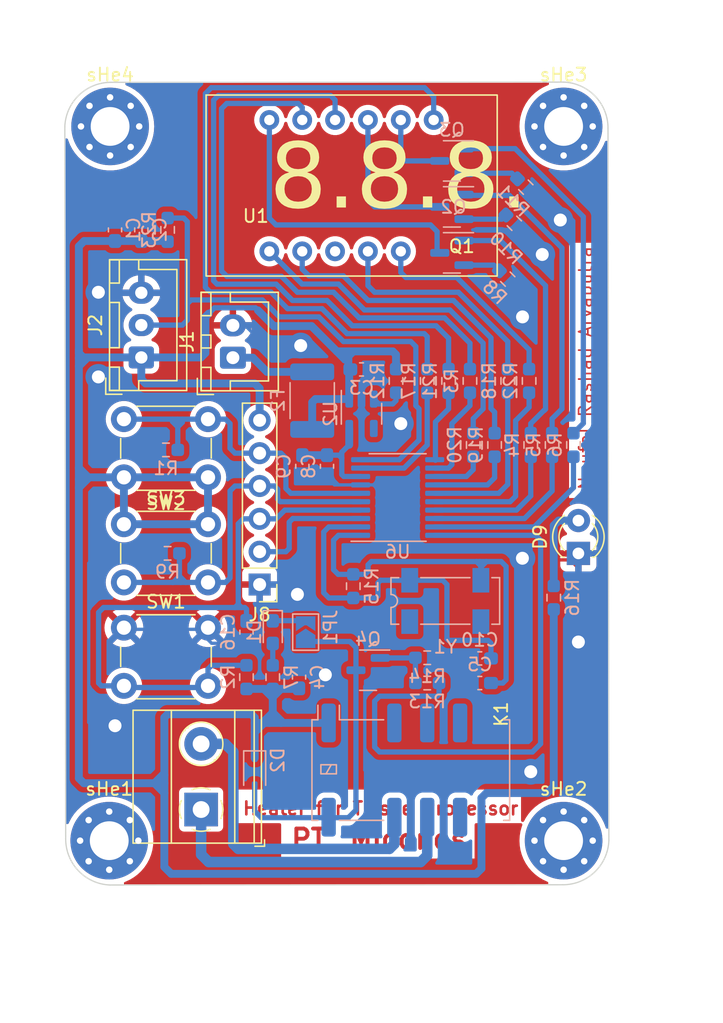
<source format=kicad_pcb>
(kicad_pcb (version 20221018) (generator pcbnew)
  (layers (0 "F.Cu" signal) (31 "B.Cu" signal) (34 "B.Paste" user) (35 "F.Paste" user) (36 "B.SilkS" user "B.Silkscreen") (37 "F.SilkS" user "F.Silkscreen") (38 "B.Mask" user) (39 "F.Mask" user) (44 "Edge.Cuts" user))
  (net 0 "")
  (net 1 "VCC")
  (net 2 "GND")
  (net 3 "+3.3V")
  (net 4 "NRST")
  (net 5 "Net-(D1-K)")
  (net 6 "Net-(D1-A)")
  (net 7 "Opto")
  (net 8 "Net-(D9-A)")
  (net 9 "Temp")
  (net 10 "COM")
  (net 11 "NC")
  (net 12 "TX")
  (net 13 "RX")
  (net 14 "SWIM")
  (net 19 "Net-(Q1-B)")
  (net 20 "Net-(Q1-E)")
  (net 21 "1")
  (net 22 "Net-(Q2-B)")
  (net 23 "Net-(Q2-E)")
  (net 24 "2")
  (net 25 "Net-(Q3-B)")
  (net 26 "Net-(Q3-E)")
  (net 27 "3")
  (net 28 "Net-(Q4-B)")
  (net 29 "a")
  (net 30 "A")
  (net 31 "EN1")
  (net 32 "EN2")
  (net 33 "EN3")
  (net 34 "Net-(U2-EN)")
  (net 35 "RELAYPIN")
  (net 36 "b")
  (net 37 "B")
  (net 38 "c")
  (net 39 "C")
  (net 40 "d")
  (net 41 "D")
  (net 42 "e")
  (net 43 "E")
  (net 44 "f")
  (net 45 "F")
  (net 46 "g")
  (net 47 "G")
  (net 49 "Net-(J1-Pin_1)")
  (net 50 "OSCIN")
  (net 51 "OSCOUT")
  (net 52 "dp")
  (footprint "Button_Switch_THT:SW_PUSH_6mm_H13mm" (layer "F.Cu") (at 19.737 101.382)
    (fp_text reference "SW3")
    (fp_text value "SW_SPST")
  )
  (footprint "3631BS:3631BS 7Segment 3Digit" (layer "F.Cu") (at 30.978 80.274)
    (fp_text reference "U1")
    (fp_text value "~")
  )
  (footprint "Button_Switch_THT:SW_PUSH_6mm_H5mm" (layer "F.Cu") (at 19.737 109.383)
    (fp_text reference "SW1")
    (fp_text value "SW_SPST")
  )
  (footprint "Connector_PinHeader_2.54mm:PinHeader_1x06_P2.54mm_Vertical" (layer "F.Cu") (at 30.226 106.045 180)
    (fp_text reference "J8")
    (fp_text value "Conn_01x06")
  )
  (footprint "MountingHole:MountingHole_3mm_Pad_Via" (layer "F.Cu") (at 18.669 70.612)
    (fp_text reference "sHe4")
    (fp_text value "MountingHole")
  )
  (footprint "LED_THT:LED_D3.0mm" (layer "F.Cu") (at 54.864 103.637 90)
    (fp_text reference "D9")
    (fp_text value "LED")
  )
  (footprint "TerminalBlock_Phoenix:TerminalBlock_Phoenix_MKDS-1,5-2-5.08_1x02_P5.08mm_Horizontal" (layer "F.Cu") (at 25.705 123.449 90)
    (fp_text reference "J3" hide)
    (fp_text value "Screw_Terminal_01x02" hide)
  )
  (footprint "Button_Switch_THT:SW_PUSH_6mm_H13mm" (layer "F.Cu") (at 26.237 97.754 180)
    (fp_text reference "SW2")
    (fp_text value "SW_SPST")
  )
  (footprint "MountingHole:MountingHole_3mm_Pad_Via" (layer "F.Cu") (at 53.721 70.612)
    (fp_text reference "sHe3")
    (fp_text value "MountingHole")
  )
  (footprint "MountingHole:MountingHole_3mm_Pad_Via" (layer "F.Cu") (at 53.721 125.857)
    (fp_text reference "sHe2")
    (fp_text value "MountingHole")
  )
  (footprint "MountingHole:MountingHole_3mm_Pad_Via" (layer "F.Cu") (at 18.60201 125.857)
    (fp_text reference "sHe1")
    (fp_text value "MountingHole")
  )
  (footprint "Connector_JST:JST_XH_B3B-XH-A_1x03_P2.50mm_Vertical" (layer "F.Cu") (at 21.082 88.479 90)
    (fp_text reference "J2")
    (fp_text value "Sensors")
  )
  (footprint "Connector_JST:JST_XH_B2B-XH-A_1x02_P2.50mm_Vertical" (layer "F.Cu") (at 28.16 88.499 90)
    (fp_text reference "J1")
    (fp_text value "Conn_01x02")
  )
  (footprint "Package_TO_SOT_SMD:SOT-23-5" (layer "B.Cu") (at 38.1 92.837 -90)
    (fp_text reference "U2")
    (fp_text value "AP2112K-3.3")
  )
  (footprint "Package_TO_SOT_SMD:SOT-23" (layer "B.Cu") (at 45.085 73.279 180)
    (fp_text reference "Q3")
    (fp_text value "S9013")
  )
  (footprint "Capacitor_SMD:C_0603_1608Metric_Pad1.08x0.95mm_HandSolder" (layer "B.Cu") (at 29.21 109.728 -90)
    (fp_text reference "C16")
    (fp_text value "100nF")
  )
  (footprint "Resistor_SMD:R_0603_1608Metric_Pad0.98x0.95mm_HandSolder" (layer "B.Cu") (at 29.21 113.208 -90)
    (fp_text reference "R2")
    (fp_text value "10K")
  )
  (footprint "Capacitor_SMD:C_0603_1608Metric_Pad1.08x0.95mm_HandSolder" (layer "B.Cu") (at 33.528 96.901 -90)
    (fp_text reference "C9")
    (fp_text value "10uF")
  )
  (footprint "Resistor_SMD:R_0603_1608Metric_Pad0.98x0.95mm_HandSolder" (layer "B.Cu") (at 31.242 113.208 90)
    (fp_text reference "R7")
    (fp_text value "10K")
  )
  (footprint "Capacitor_SMD:C_0603_1608Metric_Pad1.08x0.95mm_HandSolder" (layer "B.Cu") (at 21.082 78.613 90)
    (fp_text reference "C2")
    (fp_text value "100nF")
  )
  (footprint "Relay_SMD:Relay_DPDT_Kemet_EE2_NU" (layer "B.Cu") (at 41.91 120.396 -90)
    (fp_text reference "K1")
    (fp_text value "EE2-4.5NU")
  )
  (footprint "Resistor_SMD:R_0603_1608Metric_Pad0.98x0.95mm_HandSolder" (layer "B.Cu") (at 49.403 90.297 -90)
    (fp_text reference "R18")
    (fp_text value "1K")
  )
  (footprint "Resistor_SMD:R_0603_1608Metric_Pad0.98x0.95mm_HandSolder" (layer "B.Cu") (at 49.911 78.105 -45)
    (fp_text reference "R10")
    (fp_text value "100")
  )
  (footprint "Resistor_SMD:R_0603_1608Metric_Pad0.98x0.95mm_HandSolder" (layer "B.Cu") (at 54.483 95.25 -90)
    (fp_text reference "R6")
    (fp_text value "1K")
  )
  (footprint "Resistor_SMD:R_0603_1608Metric_Pad0.98x0.95mm_HandSolder" (layer "B.Cu") (at 22.987 95.631)
    (fp_text reference "R1")
    (fp_text value "10K")
  )
  (footprint "Resistor_SMD:R_0603_1608Metric_Pad0.98x0.95mm_HandSolder" (layer "B.Cu") (at 51.181 95.25 -90)
    (fp_text reference "R4")
    (fp_text value "1K")
  )
  (footprint "Resistor_SMD:R_0603_1608Metric_Pad0.98x0.95mm_HandSolder" (layer "B.Cu") (at 23.114 103.632)
    (fp_text reference "R9")
    (fp_text value "10K")
  )
  (footprint "Diode_SMD:D_SOD-323" (layer "B.Cu") (at 29.845 120.523 -90)
    (fp_text reference "D2")
    (fp_text value "1N4148WS")
  )
  (footprint "Capacitor_SMD:C_0603_1608Metric_Pad1.08x0.95mm_HandSolder" (layer "B.Cu") (at 35.433 96.901 -90)
    (fp_text reference "C8")
    (fp_text value "1uF")
  )
  (footprint "Resistor_SMD:R_0603_1608Metric_Pad0.98x0.95mm_HandSolder" (layer "B.Cu") (at 44.831 90.297 -90)
    (fp_text reference "R21")
    (fp_text value "1K")
  )
  (footprint "Package_TO_SOT_SMD:SOT-23" (layer "B.Cu") (at 45.085 76.835 180)
    (fp_text reference "Q2")
    (fp_text value "S9013")
  )
  (footprint "Resistor_SMD:R_0603_1608Metric_Pad0.98x0.95mm_HandSolder" (layer "B.Cu") (at 37.465 106.172 90)
    (fp_text reference "R15")
    (fp_text value "10K")
  )
  (footprint "Capacitor_SMD:C_0603_1608Metric_Pad1.08x0.95mm_HandSolder" (layer "B.Cu") (at 19.05 78.613 90)
    (fp_text reference "C1")
    (fp_text value "100nF")
  )
  (footprint "Fuse:Fuse_1812_4532Metric_Pad1.30x3.40mm_HandSolder" (layer "B.Cu") (at 34.29 91.821 -90)
    (fp_text reference "F2")
    (fp_text value "Fuse_Small")
  )
  (footprint "Resistor_SMD:R_0603_1608Metric_Pad0.98x0.95mm_HandSolder" (layer "B.Cu") (at 51.054 90.297 -90)
    (fp_text reference "R22")
    (fp_text value "1K")
  )
  (footprint "LED_SMD:LED_0603_1608Metric_Pad1.05x0.95mm_HandSolder" (layer "B.Cu") (at 31.242 109.728 -90)
    (fp_text reference "D1")
    (fp_text value "LED")
  )
  (footprint "Package_TO_SOT_SMD:SOT-23" (layer "B.Cu") (at 38.608 112.6725 180)
    (fp_text reference "Q4")
    (fp_text value "MMBT2222")
  )
  (footprint "Resistor_SMD:R_0603_1608Metric_Pad0.98x0.95mm_HandSolder" (layer "B.Cu") (at 43.18 111.7092)
    (fp_text reference "R14")
    (fp_text value "10K")
  )
  (footprint "Capacitor_SMD:C_0603_1608Metric_Pad1.08x0.95mm_HandSolder" (layer "B.Cu") (at 47.244 113.665 180)
    (fp_text reference "C5")
    (fp_text value "8pF")
  )
  (footprint "Resistor_SMD:R_0603_1608Metric_Pad0.98x0.95mm_HandSolder" (layer "B.Cu") (at 48.387 95.25 -90)
    (fp_text reference "R19")
    (fp_text value "1K")
  )
  (footprint "Jumper:SolderJumper-2_P1.3mm_Open_TrianglePad1.0x1.5mm" (layer "B.Cu") (at 33.782 109.728 90)
    (fp_text reference "JP1")
    (fp_text value "SolderJumper_2_Open")
  )
  (footprint "Resistor_SMD:R_0603_1608Metric_Pad0.98x0.95mm_HandSolder" (layer "B.Cu") (at 52.959 107.061 90)
    (fp_text reference "R16")
    (fp_text value "10K")
  )
  (footprint "Capacitor_SMD:C_0603_1608Metric_Pad1.08x0.95mm_HandSolder" (layer "B.Cu") (at 47.244 111.76 180)
    (fp_text reference "C10")
    (fp_text value "8pF")
  )
  (footprint "Resistor_SMD:R_0603_1608Metric_Pad0.98x0.95mm_HandSolder" (layer "B.Cu") (at 46.482 90.297 -90)
    (fp_text reference "R3")
    (fp_text value "1K")
  )
  (footprint "Resistor_SMD:R_0603_1608Metric_Pad0.98x0.95mm_HandSolder" (layer "B.Cu") (at 50.8 75.311 -45)
    (fp_text reference "R11")
    (fp_text value "100")
  )
  (footprint "Resistor_SMD:R_0603_1608Metric_Pad0.98x0.95mm_HandSolder" (layer "B.Cu") (at 46.736 95.25 -90)
    (fp_text reference "R20")
    (fp_text value "1K")
  )
  (footprint "Resistor_SMD:R_0603_1608Metric_Pad0.98x0.95mm_HandSolder" (layer "B.Cu") (at 43.18 113.665)
    (fp_text reference "R13")
    (fp_text value "1K")
  )
  (footprint "Crystal:Crystal_SMD_SeikoEpson_MC306-4Pin_8.0x3.2mm" (layer "B.Cu") (at 44.577 107.315)
    (fp_text reference "Y1")
    (fp_text value "32.768KHz")
  )
  (footprint "Resistor_SMD:R_0603_1608Metric_Pad0.98x0.95mm_HandSolder" (layer "B.Cu") (at 40.767 90.297 -90)
    (fp_text reference "R12")
    (fp_text value "100K")
  )
  (footprint "Resistor_SMD:R_0603_1608Metric_Pad0.98x0.95mm_HandSolder" (layer "B.Cu") (at 43.18 90.297 -90)
    (fp_text reference "R17")
    (fp_text value "1K")
  )
  (footprint "Package_SO:TSSOP-20_4.4x6.5mm_P0.65mm" (layer "B.Cu") (at 40.894 99.314)
    (fp_text reference "U6")
    (fp_text value "STM8L051F3P")
  )
  (footprint "Package_TO_SOT_SMD:SOT-23" (layer "B.Cu") (at 45.085 80.391 180)
    (fp_text reference "Q1")
    (fp_text value "S9013")
  )
  (footprint "Resistor_SMD:R_0603_1608Metric_Pad0.98x0.95mm_HandSolder" (layer "B.Cu") (at 49.403 82.423 -45)
    (fp_text reference "R8")
    (fp_text value "100")
  )
  (footprint "Resistor_SMD:R_0603_1608Metric_Pad0.98x0.95mm_HandSolder" (layer "B.Cu") (at 23.114 78.613 -90)
    (fp_text reference "R23")
    (fp_text value "10K")
  )
  (footprint "Resistor_SMD:R_0603_1608Metric_Pad0.98x0.95mm_HandSolder" (layer "B.Cu") (at 52.832 95.25 -90)
    (fp_text reference "R5")
    (fp_text value "1K")
  )
  (footprint "Capacitor_SMD:C_0603_1608Metric_Pad1.08x0.95mm_HandSolder" (layer "B.Cu") (at 33.274 113.208 90)
    (fp_text reference "C4")
    (fp_text value "10uF")
  )
  (footprint "Capacitor_SMD:C_0603_1608Metric_Pad1.08x0.95mm_HandSolder" (layer "B.Cu") (at 38.1 89.408)
    (fp_text reference "C3")
    (fp_text value "1uF")
  )
  (gr_line (start 18.726766 67.201315) (end 53.721 67.183) (stroke (width 0.1)) (layer "Edge.Cuts"))
  (gr_arc (start 57.219234 125.836418) (mid 56.134 128.27) (end 53.663234 129.267685) (stroke (width 0.1)) (layer "Edge.Cuts"))
  (gr_line (start 57.219234 125.836418) (end 57.152267 70.739) (stroke (width 0.1)) (layer "Edge.Cuts"))
  (gr_arc (start 53.721 67.183) (mid 56.154582 68.268234) (end 57.152267 70.739) (stroke (width 0.1)) (layer "Edge.Cuts"))
  (gr_line (start 15.170766 70.632582) (end 15.237733 125.73) (stroke (width 0.1)) (layer "Edge.Cuts"))
  (gr_arc (start 18.669 129.286) (mid 16.235418 128.200766) (end 15.237733 125.73) (stroke (width 0.1)) (layer "Edge.Cuts"))
  (gr_arc (start 15.170766 70.632582) (mid 16.256 68.199) (end 18.726766 67.201315) (stroke (width 0.1)) (layer "Edge.Cuts"))
  (gr_line (start 18.669 129.286) (end 53.663234 129.267685) (stroke (width 0.1)) (layer "Edge.Cuts"))
  (gr_text "Naufal Rashad Aryaputra\n" (at 56.007 98.806 90) (layer "F.Cu") (effects (font (size 1 1) (thickness 0.125)) (justify left bottom)))
  (gr_text "Heater for Tissue Processor" (at 28.829 123.952) (layer "F.Cu") (effects (font (size 1 1) (thickness 0.2) bold) (justify left bottom)))
  (gr_text "PT. Miconos\n" (at 32.512 126.619) (layer "F.Cu") (effects (font (size 1.5 1.5) (thickness 0.3) bold) (justify left bottom)))
  (segment (start 30.48 116.84) (end 29.845 117.475) (width 0.6096) (layer "B.Cu") (net 1))
  (segment (start 36.195 88.011) (end 36.83 88.646) (width 0.6096) (layer "B.Cu") (net 1))
  (segment (start 31.242 114.1205) (end 31.242 114.808) (width 0.6096) (layer "B.Cu") (net 1))
  (segment (start 22.86 122.174) (end 22.86 127.889) (width 0.6096) (layer "B.Cu") (net 1))
  (segment (start 23.064 79.4755) (end 23.114 79.5255) (width 0.6096) (layer "B.Cu") (net 1))
  (segment (start 30.48 116.751) (end 30.48 116.84) (width 0.6096) (layer "B.Cu") (net 1))
  (segment (start 22.733 120.777) (end 22.86 120.777) (width 0.6096) (layer "B.Cu") (net 1))
  (segment (start 29.904 84.641) (end 30.099 84.836) (width 0.4064) (layer "B.Cu") (net 1))
  (segment (start 30.226 93.345) (end 30.226 90.871) (width 0.6096) (layer "B.Cu") (net 1))
  (segment (start 21.402 90.49) (end 21.082 90.17) (width 0.6096) (layer "B.Cu") (net 1))
  (segment (start 16.764 88.479) (end 16.764 88.646) (width 0.6096) (layer "B.Cu") (net 1))
  (segment (start 31.3182 86.0552) (end 30.099 84.836) (width 0.6096) (layer "B.Cu") (net 1))
  (segment (start 31.877 114.1205) (end 33.224 114.1205) (width 0.6096) (layer "B.Cu") (net 1))
  (segment (start 16.982 97.754) (end 16.256 97.028) (width 0.6096) (layer "B.Cu") (net 1))
  (segment (start 21.082 90.17) (end 21.082 88.479) (width 0.6096) (layer "B.Cu") (net 1))
  (segment (start 29.21 114.1205) (end 30.48 114.1205) (width 0.6096) (layer "B.Cu") (net 1))
  (segment (start 29.845 117.475) (end 29.845 116.751) (width 0.6096) (layer "B.Cu") (net 1))
  (segment (start 29.845 116.332) (end 29.591 116.078) (width 0.6096) (layer "B.Cu") (net 1))
  (segment (start 37.084 88.011) (end 36.195 88.011) (width 0.6096) (layer "B.Cu") (net 1))
  (segment (start 31.242 116.497) (end 30.988 116.751) (width 0.6096) (layer "B.Cu") (net 1))
  (segment (start 19.737 97.754) (end 26.237 97.754) (width 0.6096) (layer "B.Cu") (net 1))
  (segment (start 16.256 79.883) (end 16.6635 79.4755) (width 0.6096) (layer "B.Cu") (net 1))
  (segment (start 16.256 98.552) (end 16.256 121.031) (width 0.6096) (layer "B.Cu") (net 1))
  (segment (start 47.371 122.555) (end 47.752 122.174) (width 0.6096) (layer "B.Cu") (net 1))
  (segment (start 16.764 88.479) (end 16.296 88.479) (width 0.6096) (layer "B.Cu") (net 1))
  (segment (start 40.767 89.3845) (end 40.767 88.265) (width 0.6096) (layer "B.Cu") (net 1))
  (segment (start 52.959 121.666) (end 52.959 107.9735) (width 0.6096) (layer "B.Cu") (net 1))
  (segment (start 16.256 89.154) (end 16.256 88.519) (width 0.6096) (layer "B.Cu") (net 1))
  (segment (start 26.035 85.344) (end 26.035 88.138) (width 0.6096) (layer "B.Cu") (net 1))
  (segment (start 30.48 116.713) (end 30.48 116.751) (width 0.6096) (layer "B.Cu") (net 1))
  (segment (start 36.83 88.646) (end 37.084 88.646) (width 0.6096) (layer "B.Cu") (net 1))
  (segment (start 30.48 114.1205) (end 30.5545 114.1205) (width 0.6096) (layer "B.Cu") (net 1))
  (segment (start 36.83 88.646) (end 37.465 88.011) (width 0.6096) (layer "B.Cu") (net 1))
  (segment (start 16.256 97.917) (end 16.256 98.552) (width 0.6096) (layer "B.Cu") (net 1))
  (segment (start 37.2375 89.408) (end 37.084 89.2545) (width 0.6096) (layer "B.Cu") (net 1))
  (segment (start 16.256 87.884) (end 16.256 79.883) (width 0.6096) (layer "B.Cu") (net 1))
  (segment (start 25.694 88.479) (end 21.082 88.479) (width 0.6096) (layer "B.Cu") (net 1))
  (segment (start 29.845 119.473) (end 29.845 117.475) (width 0.6096) (layer "B.Cu") (net 1))
  (segment (start 35.56 116.751) (end 31.877 116.751) (width 0.6096) (layer "B.Cu") (net 1))
  (segment (start 16.256 97.917) (end 16.256 97.028) (width 0.6096) (layer "B.Cu") (net 1))
  (segment (start 19.737 101.382) (end 26.237 101.382) (width 0.6096) (layer "B.Cu") (net 1))
  (segment (start 16.256 121.031) (end 16.637 121.412) (width 0.6096) (layer "B.Cu") (net 1))
  (segment (start 22.098 121.412) (end 22.86 122.174) (width 0.6096) (layer "B.Cu") (net 1))
  (segment (start 30.48 116.751) (end 29.845 116.751) (width 0.6096) (layer "B.Cu") (net 1))
  (segment (start 21.082 88.479) (end 16.764 88.479) (width 0.6096) (layer "B.Cu") (net 1))
  (segment (start 16.256 88.519) (end 16.256 87.884) (width 0.6096) (layer "B.Cu") (net 1))
  (segment (start 40.767 88.265) (end 40.513 88.011) (width 0.6096) (layer "B.Cu") (net 1))
  (segment (start 34.29 91.948) (end 34.29 94.046) (width 0.6096) (layer "B.Cu") (net 1))
  (segment (start 31.242 115.951) (end 30.48 116.713) (width 0.6096) (layer "B.Cu") (net 1))
  (segment (start 31.877 116.751) (end 30.988 116.751) (width 0.6096) (layer "B.Cu") (net 1))
  (segment (start 36.195 88.011) (end 34.2392 86.0552) (width 0.6096) (layer "B.Cu") (net 1))
  (segment (start 31.877 116.586) (end 31.877 116.751) (width 0.6096) (layer "B.Cu") (net 1))
  (segment (start 22.86 120.777) (end 22.86 121.412) (width 0.6096) (layer "B.Cu") (net 1))
  (segment (start 31.242 115.951) (end 31.242 116.497) (width 0.6096) (layer "B.Cu") (net 1))
  (segment (start 29.845 116.751) (end 29.845 116.332) (width 0.6096) (layer "B.Cu") (net 1))
  (segment (start 52.451 122.174) (end 52.959 121.666) (width 0.6096) (layer "B.Cu") (net 1))
  (segment (start 22.86 127.889) (end 23.3934 128.4224) (width 0.6096) (layer "B.Cu") (net 1))
  (segment (start 34.29 91.948) (end 34.5385 91.6995) (width 0.6096) (layer "B.Cu") (net 1))
  (segment (start 22.098 121.412) (end 22.86 121.412) (width 0.6096) (layer "B.Cu") (net 1))
  (segment (start 16.419 97.754) (end 16.256 97.917) (width 0.6096) (layer "B.Cu") (net 1))
  (segment (start 17.018 97.754) (end 17.018 97.79) (width 0.6096) (layer "B.Cu") (net 1))
  (segment (start 22.86 121.412) (end 22.86 122.174) (width 0.6096) (layer "B.Cu") (net 1))
  (segment (start 22.098 121.412) (end 22.733 120.777) (width 0.6096) (layer "B.Cu") (net 1))
  (segment (start 19.737 101.382) (end 19.737 97.754) (width 0.6096) (layer "B.Cu") (net 1))
  (segment (start 31.242 114.7555) (end 31.877 114.1205) (width 0.6096) (layer "B.Cu") (net 1))
  (segment (start 17.018 97.754) (end 16.982 97.754) (width 0.6096) (layer "B.Cu") (net 1))
  (segment (start 16.6635 79.4755) (end 19.05 79.4755) (width 0.6096) (layer "B.Cu") (net 1))
  (segment (start 22.86 116.332) (end 22.86 120.777) (width 0.6096) (layer "B.Cu") (net 1))
  (segment (start 30.48 114.1205) (end 31.242 114.1205) (width 0.6096) (layer "B.Cu") (net 1))
  (segment (start 47.371 128.016) (end 47.371 122.555) (width 0.6096) (layer "B.Cu") (net 1))
  (segment (start 21.082 79.4755) (end 19.05 79.4755) (width 0.6096) (layer "B.Cu") (net 1))
  (segment (start 17.018 97.754) (end 16.419 97.754) (width 0.6096) (layer "B.Cu") (net 1))
  (segment (start 37.084 89.2545) (end 37.084 88.646) (width 0.6096) (layer "B.Cu") (net 1))
  (segment (start 26.237 97.754) (end 26.237 101.382) (width 0.6096) (layer "B.Cu") (net 1))
  (segment (start 16.764 88.646) (end 16.256 89.154) (width 0.6096) (layer "B.Cu") (net 1))
  (segment (start 29.591 116.078) (end 23.114 116.078) (width 0.6096) (layer "B.Cu") (net 1))
  (segment (start 16.764 88.646) (end 16.256 88.138) (width 0.6096) (layer "B.Cu") (net 1))
  (segment (start 30.988 116.751) (end 30.48 116.751) (width 0.6096) (layer "B.Cu") (net 1))
  (segment (start 31.242 114.808) (end 31.242 115.951) (width 0.6096) (layer "B.Cu") (net 1))
  (segment (start 37.15 91.6995) (end 37.15 89.4955) (width 0.6096) (layer "B.Cu") (net 1))
  (segment (start 46.9646 128.4224) (end 47.371 128.016) (width 0.6096) (layer "B.Cu") (net 1))
  (segment (start 23.3934 128.4224) (end 46.9646 128.4224) (width 0.6096) (layer "B.Cu") (net 1))
  (segment (start 26.289 85.09) (end 26.035 85.344) (width 0.6096) (layer "B.Cu") (net 1))
  (segment (start 31.242 114.1205) (end 31.877 114.1205) (width 0.6096) (layer "B.Cu") (net 1))
  (segment (start 30.5545 114.1205) (end 31.242 114.808) (width 0.6096) (layer "B.Cu") (net 1))
  (segment (start 26.035 88.138) (end 25.694 88.479) (width 0.6096) (layer "B.Cu") (net 1))
  (segment (start 37.15 89.4955) (end 37.2375 89.408) (width 0.6096) (layer "B.Cu") (net 1))
  (segment (start 33.224 114.1205) (end 33.274 114.0705) (width 0.6096) (layer "B.Cu") (net 1))
  (segment (start 37.084 88.646) (end 37.084 88.011) (width 0.6096) (layer "B.Cu") (net 1))
  (segment (start 31.242 115.951) (end 31.877 116.586) (width 0.6096) (layer "B.Cu") (net 1))
  (segment (start 37.465 88.011) (end 37.592 88.011) (width 0.6096) (layer "B.Cu") (net 1))
  (segment (start 17.018 97.79) (end 16.256 98.552) (width 0.6096) (layer "B.Cu") (net 1))
  (segment (start 34.2392 86.0552) (end 31.3182 86.0552) (width 0.6096) (layer "B.Cu") (net 1))
  (segment (start 16.256 97.028) (end 16.256 89.154) (width 0.6096) (layer "B.Cu") (net 1))
  (segment (start 29.845 90.49) (end 21.402 90.49) (width 0.6096) (layer "B.Cu") (net 1))
  (segment (start 26.289 85.09) (end 26.738 84.641) (width 0.4064) (layer "B.Cu") (net 1))
  (segment (start 21.082 79.4755) (end 23.064 79.4755) (width 0.6096) (layer "B.Cu") (net 1))
  (segment (start 31.242 114.808) (end 31.242 114.7555) (width 0.6096) (layer "B.Cu") (net 1))
  (segment (start 16.256 88.138) (end 16.256 87.884) (width 0.6096) (layer "B.Cu") (net 1))
  (segment (start 16.296 88.479) (end 16.256 88.519) (width 0.6096) (layer "B.Cu") (net 1))
  (segment (start 34.5385 91.6995) (end 37.15 91.6995) (width 0.6096) (layer "B.Cu") (net 1))
  (segment (start 47.752 122.174) (end 52.451 122.174) (width 0.6096) (layer "B.Cu") (net 1))
  (segment (start 30.226 90.871) (end 29.845 90.49) (width 0.6096) (layer "B.Cu") (net 1))
  (segment (start 23.114 116.078) (end 22.86 116.332) (width 0.6096) (layer "B.Cu") (net 1))
  (segment (start 26.738 84.641) (end 29.904 84.641) (width 0.4064) (layer "B.Cu") (net 1))
  (segment (start 40.513 88.011) (end 37.592 88.011) (width 0.6096) (layer "B.Cu") (net 1))
  (segment (start 37.592 88.011) (end 37.084 88.011) (width 0.6096) (layer "B.Cu") (net 1))
  (segment (start 16.637 121.412) (end 22.098 121.412) (width 0.6096) (layer "B.Cu") (net 1))
  (segment (start 19.737 97.754) (end 17.018 97.754) (width 0.6096) (layer "B.Cu") (net 1))
  (segment (start 33.147 106.807) (end 33.655 107.315) (width 0.254) (layer "F.Cu") (net 2))
  (segment (start 50.5371 104.013) (end 50.6641 104.14) (width 0.254) (layer "F.Cu") (net 2))
  (segment (start 52.07 76.454) (end 53.467 77.851) (width 0.254) (layer "F.Cu") (net 2))
  (segment (start 18.796 76.454) (end 52.07 76.454) (width 0.254) (layer "F.Cu") (net 2))
  (segment (start 33.655 93.218) (end 33.655 87.8167) (width 0.254) (layer "F.Cu") (net 2))
  (segment (start 35.179 113.157) (end 35.179 120.396) (width 0.254) (layer "F.Cu") (net 2))
  (segment (start 33.655 87.8167) (end 33.401 87.5627) (width 0.254) (layer "F.Cu") (net 2))
  (segment (start 30.988 81.661) (end 17.7635 81.661) (width 0.254) (layer "F.Cu") (net 2))
  (segment (start 33.401 87.5627) (end 33.401 84.074) (width 0.254) (layer "F.Cu") (net 2))
  (segment (start 33.401 84.074) (end 30.988 81.661) (width 0.254) (layer "F.Cu") (net 2))
  (segment (start 53.467 79.121) (end 52.07 80.518) (width 0.254) (layer "F.Cu") (net 2))
  (segment (start 54.864 120.015) (end 54.864 110.49) (width 0.254) (layer "F.Cu") (net 2))
  (segment (start 51.181 120.523) (end 54.356 120.523) (width 0.254) (layer "F.Cu") (net 2))
  (segment (start 54.356 120.523) (end 54.864 120.015) (width 0.254) (layer "F.Cu") (net 2))
  (segment (start 17.7635 81.661) (end 17.7635 77.4865) (width 0.254) (layer "F.Cu") (net 2))
  (segment (start 17.7635 83.439) (end 17.7635 81.661) (width 0.254) (layer "F.Cu") (net 2))
  (segment (start 54.864 104.775) (end 54.864 110.49) (width 0.254) (layer "F.Cu") (net 2))
  (segment (start 53.467 77.851) (end 53.467 79.121) (width 0.254) (layer "F.Cu") (net 2))
  (segment (start 17.7635 118.7285) (end 19.431 120.396) (width 0.254) (layer "F.Cu") (net 2))
  (segment (start 41.1391 93.599) (end 34.036 93.599) (width 0.254) (layer "F.Cu") (net 2))
  (segment (start 33.655 111.379) (end 35.306 113.03) (width 0.254) (layer "F.Cu") (net 2))
  (segment (start 17.7635 116.84) (end 17.7635 118.7285) (width 0.254) (layer "F.Cu") (net 2))
  (segment (start 34.036 93.599) (end 33.655 93.218) (width 0.254) (layer "F.Cu") (net 2))
  (segment (start 17.7635 77.4865) (end 18.796 76.454) (width 0.254) (layer "F.Cu") (net 2))
  (segment (start 19.431 120.396) (end 35.179 120.396) (width 0.254) (layer "F.Cu") (net 2))
  (segment (start 19.05 116.967) (end 17.8905 116.967) (width 0.254) (layer "F.Cu") (net 2))
  (segment (start 50.546 82.042) (end 50.546 85.344) (width 0.254) (layer "F.Cu") (net 2))
  (segment (start 35.306 113.03) (end 35.179 113.157) (width 0.254) (layer "F.Cu") (net 2))
  (segment (start 51.181 120.523) (end 51.054 120.396) (width 0.254) (layer "F.Cu") (net 2))
  (segment (start 50.6641 104.14) (end 54.229 104.14) (width 0.254) (layer "F.Cu") (net 2))
  (segment (start 51.054 120.396) (end 35.179 120.396) (width 0.254) (layer "F.Cu") (net 2))
  (segment (start 52.07 80.518) (end 50.546 82.042) (width 0.254) (layer "F.Cu") (net 2))
  (segment (start 54.229 104.14) (end 54.864 104.775) (width 0.254) (layer "F.Cu") (net 2))
  (segment (start 17.8905 116.967) (end 17.7635 116.84) (width 0.254) (layer "F.Cu") (net 2))
  (segment (start 17.7635 89.9865) (end 17.7635 116.84) (width 0.254) (layer "F.Cu") (net 2))
  (segment (start 17.7635 83.439) (end 17.7635 89.9865) (width 0.254) (layer "F.Cu") (net 2))
  (segment (start 33.655 107.315) (end 33.655 111.379) (width 0.254) (layer "F.Cu") (net 2))
  (via (at 33.401 87.5627) (size 2) (drill 1) (layers "F.Cu" "B.Cu") (net 2))
  (via (at 17.7635 83.439) (size 2) (drill 1) (layers "F.Cu" "B.Cu") (net 2))
  (via (at 50.5371 104.013) (size 2) (drill 1) (layers "F.Cu" "B.Cu") (net 2))
  (via (at 35.306 113.03) (size 2) (drill 1) (layers "F.Cu" "B.Cu") (net 2))
  (via (at 54.864 110.49) (size 2) (drill 1) (layers "F.Cu" "B.Cu") (net 2))
  (via (at 41.1391 93.599) (size 2) (drill 1) (layers "F.Cu" "B.Cu") (net 2))
  (via (at 52.07 80.518) (size 2) (drill 1) (layers "F.Cu" "B.Cu") (net 2))
  (via (at 53.467 77.851) (size 2) (drill 1) (layers "F.Cu" "B.Cu") (net 2))
  (via (at 17.7635 89.9865) (size 2) (drill 1) (layers "F.Cu" "B.Cu") (net 2))
  (via (at 51.181 120.523) (size 2) (drill 1) (layers "F.Cu" "B.Cu") (net 2))
  (via (at 19.05 116.967) (size 2) (drill 1) (layers "F.Cu" "B.Cu") (net 2))
  (via (at 50.546 85.344) (size 2) (drill 1) (layers "F.Cu" "B.Cu") (net 2))
  (via (at 33.147 106.807) (size 2) (drill 1) (layers "F.Cu" "B.Cu") (net 2))
  (segment (start 34.6215 112.3455) (end 35.306 113.03) (width 0.254) (layer "B.Cu") (net 2))
  (segment (start 38.0315 98.339) (end 39.792 98.339) (width 0.254) (layer "B.Cu") (net 2))
  (segment (start 46.482 114.681) (end 46.3815 114.5805) (width 0.254) (layer "B.Cu") (net 2))
  (segment (start 22.0745 95.631) (end 20.232813 95.631) (width 0.254) (layer "B.Cu") (net 2))
  (segment (start 50.419 104.1311) (end 50.419 114.427) (width 0.254) (layer "B.Cu") (net 2))
  (segment (start 53.34 77.851) (end 53.467 77.851) (width 0.254) (layer "B.Cu") (net 2))
  (segment (start 44.0925 111.7092) (end 46.3307 111.7092) (width 0.254) (layer "B.Cu") (net 2))
  (segment (start 32.385 106.045) (end 33.147 106.807) (width 0.254) (layer "B.Cu") (net 2))
  (segment (start 26.237 109.383) (end 26.634 109.383) (width 0.254) (layer "B.Cu") (net 2))
  (segment (start 35.433 97.7635) (end 33.528 97.7635) (width 0.254) (layer "B.Cu") (net 2))
  (segment (start 44.0925 111.7092) (end 44.069 111.6857) (width 0.254) (layer "B.Cu") (net 2))
  (segment (start 18.034 95.631) (end 17.907 95.631) (width 0.254) (layer "B.Cu") (net 2))
  (segment (start 51.103964 120.600036) (end 38.558036 120.600036) (width 0.254) (layer "B.Cu") (net 2))
  (segment (start 50.048235 83.068235) (end 50.048235 84.846235) (width 0.254) (layer "B.Cu") (net 2))
  (segment (start 46.3815 111.76) (end 46.3815 113.665) (width 0.254) (layer "B.Cu") (net 2))
  (segment (start 33.3413 87.503) (end 33.401 87.5627) (width 0.254) (layer "B.Cu") (net 2))
  (segment (start 50.556235 78.750235) (end 50.556235 79.004235) (width 0.254) (layer "B.Cu") (net 2))
  (segment (start 20.232813 95.631) (end 18.034 95.631) (width 0.254) (layer "B.Cu") (net 2))
  (segment (start 26.452 109.383) (end 26.237 109.383) (width 0.254) (layer "B.Cu") (net 2))
  (segment (start 38.1 95.123) (end 38.1 91.6995) (width 0.254) (layer "B.Cu") (net 2))
  (segment (start 17.526 95.25) (end 17.526 90.224) (width 0.254) (layer "B.Cu") (net 2))
  (segment (start 17.907 95.631) (end 17.526 95.25) (width 0.254) (layer "B.Cu") (net 2))
  (segment (start 17.78 103.632) (end 17.018 104.394) (width 0.254) (layer "B.Cu") (net 2))
  (segment (start 46.3815 114.5805) (end 46.3815 113.665) (width 0.254) (layer "B.Cu") (net 2))
  (segment (start 40.259 102.5958) (end 40.64 102.9768) (width 0.254) (layer "B.Cu") (net 2))
  (segment (start 38.354 120.396) (end 38.354 113.919) (width 0.254) (layer "B.Cu") (net 2))
  (segment (start 17.018 116.713) (end 17.272 116.967) (width 0.254) (layer "B.Cu") (net 2))
  (segment (start 33.274 112.3455) (end 34.6215 112.3455) (width 0.254) (layer "B.Cu") (net 2))
  (segment (start 30.607 87.503) (end 33.3413 87.503) (width 0.254) (layer "B.Cu") (net 2))
  (segment (start 28.16 85.999) (end 29.103 85.999) (width 0.254) (layer "B.Cu") (net 2))
  (segment (start 38.1 91.6995) (end 38.1 90.932) (width 0.254) (layer "B.Cu") (net 2))
  (segment (start 46.3307 111.7092) (end 46.3815 111.76) (width 0.254) (layer "B.Cu") (net 2))
  (segment (start 17.526 90.224) (end 17.7635 89.9865) (width 0.254) (layer "B.Cu") (net 2))
  (segment (start 50.556235 79.004235) (end 52.07 80.518) (width 0.254) (layer "B.Cu") (net 2))
  (segment (start 30.226 110.363) (end 30.226 106.045) (width 0.254) (layer "B.Cu") (net 2))
  (segment (start 21.082 83.479) (end 17.8035 83.479) (width 0.254) (layer "B.Cu") (net 2))
  (segment (start 41.1391 94.7509) (end 40.64 95.25) (width 0.254) (layer "B.Cu") (net 2))
  (segment (start 40.64 95.25) (end 38.227 95.25) (width 0.254) (layer "B.Cu") (net 2))
  (segment (start 19.864 109.51) (end 26.364 109.51) (width 0.254) (layer "B.Cu") (net 2))
  (segment (start 29.21 110.5905) (end 29.9985 110.5905) (width 0.254) (layer "B.Cu") (net 2))
  (segment (start 36.0085 98.339) (end 35.433 97.7635) (width 0.254) (layer "B.Cu") (net 2))
  (segment (start 26.237 110.311) (end 26.237 109.383) (width 0.254) (layer "B.Cu") (net 2))
  (segment (start 38.227 95.25) (end 38.1 95.123) (width 0.254) (layer "B.Cu") (net 2))
  (segment (start 22.2015 103.632) (end 17.78 103.632) (width 0.254) (layer "B.Cu") (net 2))
  (segment (start 40.259 98.806) (end 40.259 102.5958) (width 0.254) (layer "B.Cu") (net 2))
  (segment (start 17.272 116.967) (end 19.05 116.967) (width 0.254) (layer "B.Cu") (net 2))
  (segment (start 38.9625 90.0695) (end 38.9625 89.408) (width 0.254) (layer "B.Cu") (net 2))
  (segment (start 38.354 113.919) (end 38.6505 113.6225) (width 0.254) (layer "B.Cu") (net 2))
  (segment (start 38.6505 113.6225) (end 39.5455 113.6225) (width 0.254) (layer "B.Cu") (net 2))
  (segment (start 17.018 104.394) (end 17.018 114.554) (width 0.254) (layer "B.Cu") (net 2))
  (segment (start 17.8035 83.479) (end 17.7635 83.439) (width 0.254) (layer "B.Cu") (net 2))
  (segment (start 51.181 120.523) (end 51.103964 120.600036) (width 0.254) (layer "B.Cu") (net 2))
  (segment (start 50.5371 104.013) (end 50.419 104.1311) (width 0.254) (layer "B.Cu") (net 2))
  (segment (start 38.1 90.932) (end 38.9625 90.0695) (width 0.254) (layer "B.Cu") (net 2))
  (segment (start 39.792 98.339) (end 40.259 98.806) (width 0.254) (layer "B.Cu") (net 2))
  (segment (start 50.419 114.427) (end 50.165 114.681) (width 0.254) (layer "B.Cu") (net 2))
  (segment (start 50.419 104.1311) (end 50.419 104.521) (width 0.254) (layer "B.Cu") (net 2))
  (segment (start 50.048235 84.846235) (end 50.546 85.344) (width 0.254) (layer "B.Cu") (net 2))
  (segment (start 51.445235 75.956235) (end 53.34 77.851) (width 0.254) (layer "B.Cu") (net 2))
  (segment (start 38.558036 120.600036) (end 38.354 120.396) (width 0.254) (layer "B.Cu") (net 2))
  (segment (start 26.5165 110.5905) (end 26.237 110.311) (width 0.254) (layer "B.Cu") (net 2))
  (segment (start 49.5009 102.9768) (end 50.5371 104.013) (width 0.254) (layer "B.Cu") (net 2))
  (segment (start 54.864 103.637) (end 54.864 110.49) (width 0.254) (layer "B.Cu") (net 2))
  (segment (start 17.018 114.554) (end 17.018 116.713) (width 0.254) (layer "B.Cu") (net 2))
  (segment (start 41.1391 93.599) (end 41.1391 94.7509) (width 0.254) (layer "B.Cu") (net 2))
  (segment (start 30.226 106.045) (end 32.385 106.045) (width 0.254) (layer "B.Cu") (net 2))
  (segment (start 38.0315 98.339) (end 36.0085 98.339) (width 0.254) (layer "B.Cu") (net 2))
  (segment (start 50.165 114.681) (end 46.482 114.681) (width 0.254) (layer "B.Cu") (net 2))
  (segment (start 29.103 85.999) (end 30.607 87.503) (width 0.254) (layer "B.Cu") (net 2))
  (segment (start 40.64 102.9768) (end 49.5009 102.9768) (width 0.254) (layer "B.Cu") (net 2))
  (segment (start 29.9985 110.5905) (end 30.226 110.363) (width 0.254) (layer "B.Cu") (net 2))
  (segment (start 29.21 110.5905) (end 26.5165 110.5905) (width 0.254) (layer "B.Cu") (net 2))
  (segment (start 36.576 97.536) (end 36.576 96.266) (width 0.4064) (layer "B.Cu") (net 3))
  (segment (start 36.576 95.811) (end 37.15 95.237) (width 0.4064) (layer "B.Cu") (net 3))
  (segment (start 36.3485 96.0385) (end 35.433 96.0385) (width 0.4064) (layer "B.Cu") (net 3))
  (segment (start 36.729 97.689) (end 36.576 97.536) (width 0.4064) (layer "B.Cu") (net 3))
  (segment (start 36.576 96.266) (end 36.3485 96.0385) (width 0.4064) (layer "B.Cu") (net 3))
  (segment (start 38.0315 97.689) (end 36.729 97.689) (width 0.4064) (layer "B.Cu") (net 3))
  (segment (start 36.576 96.266) (end 36.576 95.811) (width 0.4064) (layer "B.Cu") (net 3))
  (segment (start 37.15 93.9745) (end 37.15 95.237) (width 0.6096) (layer "B.Cu") (net 3))
  (segment (start 33.528 96.0385) (end 35.433 96.0385) (width 0.6096) (layer "B.Cu") (net 3))
  (segment (start 29.21 112.2955) (end 26.5155 112.2955) (width 0.4064) (layer "B.Cu") (net 4))
  (segment (start 30.226 100.965) (end 31.496 100.965) (width 0.4064) (layer "B.Cu") (net 4))
  (segment (start 28.829 107.823) (end 29.083 107.823) (width 0.4064) (layer "B.Cu") (net 4))
  (segment (start 28.321 107.823) (end 28.829 107.823) (width 0.4064) (layer "B.Cu") (net 4))
  (segment (start 29.21 108.8655) (end 29.21 107.95) (width 0.4064) (layer "B.Cu") (net 4))
  (segment (start 19.864 114.01) (end 26.364 114.01) (width 0.4064) (layer "B.Cu") (net 4))
  (segment (start 29.083 107.823) (end 29.21 107.95) (width 0.4064) (layer "B.Cu") (net 4))
  (segment (start 28.575 107.569) (end 28.829 107.823) (width 0.4064) (layer "B.Cu") (net 4))
  (segment (start 30.226 100.965) (end 28.956 100.965) (width 0.4064) (layer "B.Cu") (net 4))
  (segment (start 17.998 113.883) (end 17.78 113.665) (width 0.4064) (layer "B.Cu") (net 4))
  (segment (start 28.956 100.965) (end 28.575 101.346) (width 0.4064) (layer "B.Cu") (net 4))
  (segment (start 17.78 113.665) (end 17.78 108.204) (width 0.4064) (layer "B.Cu") (net 4))
  (segment (start 18.161 107.823) (end 28.321 107.823) (width 0.4064) (layer "B.Cu") (net 4))
  (segment (start 31.496 100.965) (end 32.172 100.289) (width 0.4064) (layer "B.Cu") (net 4))
  (segment (start 26.5155 112.2955) (end 26.237 112.574) (width 0.4064) (layer "B.Cu") (net 4))
  (segment (start 26.237 112.574) (end 26.237 113.883) (width 0.4064) (layer "B.Cu") (net 4))
  (segment (start 28.575 107.569) (end 28.321 107.823) (width 0.4064) (layer "B.Cu") (net 4))
  (segment (start 17.78 108.204) (end 18.161 107.823) (width 0.4064) (layer "B.Cu") (net 4))
  (segment (start 32.172 100.289) (end 38.0315 100.289) (width 0.4064) (layer "B.Cu") (net 4))
  (segment (start 28.575 101.346) (end 28.575 107.569) (width 0.4064) (layer "B.Cu") (net 4))
  (segment (start 19.737 113.883) (end 17.998 113.883) (width 0.4064) (layer "B.Cu") (net 4))
  (segment (start 33.618 108.839) (end 33.782 109.003) (width 0.4064) (layer "B.Cu") (net 5))
  (segment (start 31.242 108.853) (end 31.256 108.839) (width 0.4064) (layer "B.Cu") (net 5))
  (segment (start 31.256 108.839) (end 33.618 108.839) (width 0.4064) (layer "B.Cu") (net 5))
  (segment (start 31.242 112.2955) (end 31.242 110.476) (width 0.4064) (layer "B.Cu") (net 6))
  (segment (start 35.598 124.079) (end 35.56 124.041) (width 0.4064) (layer "B.Cu") (net 7))
  (segment (start 30.353 124.079) (end 35.522 124.079) (width 0.4064) (layer "B.Cu") (net 7))
  (segment (start 37.6705 110.922604) (end 37.6705 112.6725) (width 0.4064) (layer "B.Cu") (net 7))
  (segment (start 37.6705 123.4925) (end 37.6705 112.6725) (width 0.4064) (layer "B.Cu") (net 7))
  (segment (start 29.845 123.571) (end 30.353 124.079) (width 0.4064) (layer "B.Cu") (net 7))
  (segment (start 33.782 110.453) (end 37.200895 110.453) (width 0.4064) (layer "B.Cu") (net 7))
  (segment (start 35.522 124.079) (end 35.56 124.041) (width 0.4064) (layer "B.Cu") (net 7))
  (segment (start 37.084 124.079) (end 35.598 124.079) (width 0.4064) (layer "B.Cu") (net 7))
  (segment (start 29.845 121.573) (end 29.845 123.571) (width 0.4064) (layer "B.Cu") (net 7))
  (segment (start 37.6705 123.4925) (end 37.084 124.079) (width 0.4064) (layer "B.Cu") (net 7))
  (segment (start 37.200895 110.453) (end 37.6705 110.922604) (width 0.4064) (layer "B.Cu") (net 7))
  (segment (start 53.335 101.097) (end 54.864 101.097) (width 0.6096) (layer "B.Cu") (net 8))
  (segment (start 52.959 101.473) (end 53.335 101.097) (width 0.6096) (layer "B.Cu") (net 8))
  (segment (start 52.959 106.1485) (end 52.959 101.473) (width 0.6096) (layer "B.Cu") (net 8))
  (segment (start 24.638 77.978) (end 24.3605 77.7005) (width 0.4064) (layer "B.Cu") (net 9))
  (segment (start 36.703 87.249) (end 34.798 85.344) (width 0.4064) (layer "B.Cu") (net 9))
  (segment (start 24.3605 77.7005) (end 23.114 77.7005) (width 0.4064) (layer "B.Cu") (net 9))
  (segment (start 24.257 85.979) (end 24.638 85.598) (width 0.4064) (layer "B.Cu") (net 9))
  (segment (start 42.545 92.456) (end 42.2986 92.2096) (width 0.4064) (layer "B.Cu") (net 9))
  (segment (start 24.638 84.328) (end 24.638 77.978) (width 0.4064) (layer "B.Cu") (net 9))
  (segment (start 30.4374 84.0314) (end 24.9346 84.0314) (width 0.4064) (layer "B.Cu") (net 9))
  (segment (start 41.025 96.389) (end 42.545 94.869) (width 0.4064) (layer "B.Cu") (net 9))
  (segment (start 42.2986 92.2096) (end 42.2986 87.6376) (width 0.4064) (layer "B.Cu") (net 9))
  (segment (start 24.638 85.598) (end 24.638 84.328) (width 0.4064) (layer "B.Cu") (net 9))
  (segment (start 31.75 85.344) (end 30.4374 84.0314) (width 0.4064) (layer "B.Cu") (net 9))
  (segment (start 24.9346 84.0314) (end 24.638 84.328) (width 0.4064) (layer "B.Cu") (net 9))
  (segment (start 21.082 85.979) (end 24.257 85.979) (width 0.4064) (layer "B.Cu") (net 9))
  (segment (start 42.2986 87.6376) (end 41.91 87.249) (width 0.4064) (layer "B.Cu") (net 9))
  (segment (start 41.91 87.249) (end 36.703 87.249) (width 0.4064) (layer "B.Cu") (net 9))
  (segment (start 42.545 94.869) (end 42.545 92.456) (width 0.4064) (layer "B.Cu") (net 9))
  (segment (start 38.0315 96.389) (end 41.025 96.389) (width 0.4064) (layer "B.Cu") (net 9))
  (segment (start 34.798 85.344) (end 31.75 85.344) (width 0.4064) (layer "B.Cu") (net 9))
  (segment (start 25.705 126.924) (end 25.705 123.449) (width 0.8128) (layer "B.Cu") (net 10))
  (segment (start 43.18 127) (end 42.672 127.508) (width 0.8128) (layer "B.Cu") (net 10))
  (segment (start 42.672 127.508) (end 26.289 127.508) (width 0.8128) (layer "B.Cu") (net 10))
  (segment (start 26.289 127.508) (end 25.705 126.924) (width 0.8128) (layer "B.Cu") (net 10))
  (segment (start 43.18 124.041) (end 43.18 127) (width 0.8128) (layer "B.Cu") (net 10))
  (segment (start 25.705 118.369) (end 27.564 118.369) (width 0.8128) (layer "B.Cu") (net 11))
  (segment (start 40.64 126.111) (end 40.64 124.041) (width 0.8128) (layer "B.Cu") (net 11))
  (segment (start 28.194 126.111) (end 28.575 126.492) (width 0.8128) (layer "B.Cu") (net 11))
  (segment (start 28.575 126.492) (end 40.259 126.492) (width 0.8128) (layer "B.Cu") (net 11))
  (segment (start 27.564 118.369) (end 28.194 118.999) (width 0.8128) (layer "B.Cu") (net 11))
  (segment (start 28.194 118.999) (end 28.194 126.111) (width 0.8128) (layer "B.Cu") (net 11))
  (segment (start 40.259 126.492) (end 40.64 126.111) (width 0.8128) (layer "B.Cu") (net 11))
  (segment (start 27.595 105.882) (end 26.237 105.882) (width 0.4064) (layer "B.Cu") (net 12))
  (segment (start 19.737 105.882) (end 23.495 105.882) (width 0.4064) (layer "B.Cu") (net 12))
  (segment (start 31.623 98.679) (end 31.369 98.425) (width 0.4064) (layer "B.Cu") (net 12))
  (segment (start 23.495 105.882) (end 24.13 105.882) (width 0.4064) (layer "B.Cu") (net 12))
  (segment (start 24.0265 105.41) (end 24.039 105.41) (width 0.4064) (layer "B.Cu") (net 12))
  (segment (start 31.821 99.639) (end 31.623 99.441) (width 0.4064) (layer "B.Cu") (net 12))
  (segment (start 24.0265 105.41) (end 24.0265 105.7785) (width 0.4064) (layer "B.Cu") (net 12))
  (segment (start 23.5545 105.882) (end 24.0265 105.41) (width 0.4064) (layer "B.Cu") (net 12))
  (segment (start 31.369 98.425) (end 30.226 98.425) (width 0.4064) (layer "B.Cu") (net 12))
  (segment (start 27.94 105.537) (end 27.595 105.882) (width 0.4064) (layer "B.Cu") (net 12))
  (segment (start 31.623 99.441) (end 31.623 98.679) (width 0.4064) (layer "B.Cu") (net 12))
  (segment (start 28.321 98.425) (end 27.94 98.806) (width 0.4064) (layer "B.Cu") (net 12))
  (segment (start 23.495 105.882) (end 23.5545 105.882) (width 0.4064) (layer "B.Cu") (net 12))
  (segment (start 24.039 105.41) (end 24.511 105.882) (width 0.4064) (layer "B.Cu") (net 12))
  (segment (start 24.511 105.882) (end 26.237 105.882) (width 0.4064) (layer "B.Cu") (net 12))
  (segment (start 27.94 98.806) (end 27.94 105.537) (width 0.4064) (layer "B.Cu") (net 12))
  (segment (start 24.0265 103.632) (end 24.0265 105.41) (width 0.4064) (layer "B.Cu") (net 12))
  (segment (start 38.0315 99.639) (end 31.821 99.639) (width 0.4064) (layer "B.Cu") (net 12))
  (segment (start 24.0265 105.7785) (end 24.13 105.882) (width 0.4064) (layer "B.Cu") (net 12))
  (segment (start 24.13 105.882) (end 24.511 105.882) (width 0.4064) (layer "B.Cu") (net 12))
  (segment (start 30.226 98.425) (end 28.321 98.425) (width 0.4064) (layer "B.Cu") (net 12))
  (segment (start 23.495 93.4485) (end 23.8995 93.853) (width 0.4064) (layer "B.Cu") (net 13))
  (segment (start 24.257 93.254) (end 24.257 93.4955) (width 0.4064) (layer "B.Cu") (net 13))
  (segment (start 23.8995 93.2775) (end 23.876 93.254) (width 0.4064) (layer "B.Cu") (net 13))
  (segment (start 19.737 93.254) (end 23.495 93.254) (width 0.4064) (layer "B.Cu") (net 13))
  (segment (start 38.0315 98.989) (end 32.6315 98.989) (width 0.4064) (layer "B.Cu") (net 13))
  (segment (start 24.257 93.254) (end 26.237 93.254) (width 0.4064) (layer "B.Cu") (net 13))
  (segment (start 32.258 98.6155) (end 32.258 96.266) (width 0.4064) (layer "B.Cu") (net 13))
  (segment (start 31.877 95.885) (end 30.226 95.885) (width 0.4064) (layer "B.Cu") (net 13))
  (segment (start 23.8995 93.853) (end 23.8995 93.2775) (width 0.4064) (layer "B.Cu") (net 13))
  (segment (start 26.237 93.254) (end 27.595 93.254) (width 0.4064) (layer "B.Cu") (net 13))
  (segment (start 27.94 93.599) (end 27.94 95.504) (width 0.4064) (layer "B.Cu") (net 13))
  (segment (start 23.495 93.254) (end 23.495 93.4485) (width 0.4064) (layer "B.Cu") (net 13))
  (segment (start 27.94 95.504) (end 28.321 95.885) (width 0.4064) (layer "B.Cu") (net 13))
  (segment (start 23.495 93.254) (end 23.876 93.254) (width 0.4064) (layer "B.Cu") (net 13))
  (segment (start 23.8995 95.631) (end 23.8995 93.853) (width 0.4064) (layer "B.Cu") (net 13))
  (segment (start 24.257 93.4955) (end 23.8995 93.853) (width 0.4064) (layer "B.Cu") (net 13))
  (segment (start 32.258 96.266) (end 31.877 95.885) (width 0.4064) (layer "B.Cu") (net 13))
  (segment (start 27.595 93.254) (end 27.94 93.599) (width 0.4064) (layer "B.Cu") (net 13))
  (segment (start 23.876 93.254) (end 24.257 93.254) (width 0.4064) (layer "B.Cu") (net 13))
  (segment (start 32.6315 98.989) (end 32.258 98.6155) (width 0.4064) (layer "B.Cu") (net 13))
  (segment (start 28.321 95.885) (end 30.226 95.885) (width 0.4064) (layer "B.Cu") (net 13))
  (segment (start 38.0315 100.939) (end 32.792 100.939) (width 0.4064) (layer "B.Cu") (net 14))
  (segment (start 32.512 101.219) (end 32.512 103.251) (width 0.4064) (layer "B.Cu") (net 14))
  (segment (start 32.258 103.505) (end 30.226 103.505) (width 0.4064) (layer "B.Cu") (net 14))
  (segment (start 32.512 103.251) (end 32.258 103.505) (width 0.4064) (layer "B.Cu") (net 14))
  (segment (start 32.792 100.939) (end 32.512 101.219) (width 0.4064) (layer "B.Cu") (net 14))
  (segment (start 46.0225 79.441) (end 48.834 79.441) (width 0.4064) (layer "B.Cu") (net 19))
  (segment (start 52.324 92.4814) (end 52.2224 92.583) (width 0.4064) (layer "B.Cu") (net 19))
  (segment (start 52.197 92.583) (end 51.181 93.599) (width 0.4064) (layer "B.Cu") (net 19))
  (segment (start 52.2224 92.583) (end 52.197 92.583) (width 0.4064) (layer "B.Cu") (net 19))
  (segment (start 52.324 82.931) (end 52.324 92.4814) (width 0.4064) (layer "B.Cu") (net 19))
  (segment (start 51.181 93.599) (end 51.181 94.3375) (width 0.4064) (layer "B.Cu") (net 19))
  (segment (start 48.834 79.441) (end 52.324 82.931) (width 0.4064) (layer "B.Cu") (net 19))
  (segment (start 48.321 81.341) (end 48.757765 81.777765) (width 0.4064) (layer "B.Cu") (net 20))
  (segment (start 46.0225 81.341) (end 48.321 81.341) (width 0.4064) (layer "B.Cu") (net 20))
  (segment (start 43.942 80.1855) (end 44.1475 80.391) (width 0.4064) (layer "B.Cu") (net 21))
  (segment (start 43.942 78.74) (end 43.942 80.1855) (width 0.4064) (layer "B.Cu") (net 21))
  (segment (start 43.434 78.232) (end 43.942 78.74) (width 0.4064) (layer "B.Cu") (net 21))
  (segment (start 30.978 70.114) (end 30.978 77.714) (width 0.4064) (layer "B.Cu") (net 21))
  (segment (start 31.496 78.232) (end 43.434 78.232) (width 0.4064) (layer "B.Cu") (net 21))
  (segment (start 30.978 77.714) (end 31.496 78.232) (width 0.4064) (layer "B.Cu") (net 21))
  (segment (start 52.832 94.3375) (end 52.832 93.218) (width 0.4064) (layer "B.Cu") (net 22))
  (segment (start 52.832 93.218) (end 53.594 92.456) (width 0.4064) (layer "B.Cu") (net 22))
  (segment (start 53.594 80.01) (end 49.53 75.946) (width 0.4064) (layer "B.Cu") (net 22))
  (segment (start 53.594 92.456) (end 53.594 80.01) (width 0.4064) (layer "B.Cu") (net 22))
  (segment (start 49.53 75.946) (end 46.0835 75.946) (width 0.4064) (layer "B.Cu") (net 22))
  (segment (start 46.0835 75.946) (end 46.0225 75.885) (width 0.4064) (layer "B.Cu") (net 22))
  (segment (start 48.94053 77.785) (end 49.265765 77.459765) (width 0.4064) (layer "B.Cu") (net 23))
  (segment (start 46.0225 77.785) (end 48.94053 77.785) (width 0.4064) (layer "B.Cu") (net 23))
  (segment (start 38.598 76.317) (end 38.598 70.114) (width 0.4064) (layer "B.Cu") (net 24))
  (segment (start 39.116 76.835) (end 38.598 76.317) (width 0.4064) (layer "B.Cu") (net 24))
  (segment (start 44.1475 76.835) (end 39.116 76.835) (width 0.4064) (layer "B.Cu") (net 24))
  (segment (start 54.483 94.3375) (end 55.245 93.5755) (width 0.4064) (layer "B.Cu") (net 25))
  (segment (start 55.245 93.5755) (end 55.245 77.597) (width 0.4064) (layer "B.Cu") (net 25))
  (segment (start 55.245 77.597) (end 49.977 72.329) (width 0.4064) (layer "B.Cu") (net 25))
  (segment (start 49.977 72.329) (end 46.0225 72.329) (width 0.4064) (layer "B.Cu") (net 25))
  (segment (start 46.0225 74.229) (end 49.718 74.229) (width 0.4064) (layer "B.Cu") (net 26))
  (segment (start 49.718 74.229) (end 50.154765 74.665765) (width 0.4064) (layer "B.Cu") (net 26))
  (segment (start 41.138 70.114) (end 41.138 73.015) (width 0.4064) (layer "B.Cu") (net 27))
  (segment (start 41.138 73.015) (end 41.402 73.279) (width 0.4064) (layer "B.Cu") (net 27))
  (segment (start 41.402 73.279) (end 44.1475 73.279) (width 0.4064) (layer "B.Cu") (net 27))
  (segment (start 42.2675 111.7092) (end 42.2675 113.665) (width 0.4064) (layer "B.Cu") (net 28))
  (segment (start 42.2542 111.7225) (end 42.2675 111.7092) (width 0.4064) (layer "B.Cu") (net 28))
  (segment (start 39.7995 111.7225) (end 42.2542 111.7225) (width 0.4064) (layer "B.Cu") (net 28))
  (segment (start 27.686 68.834) (end 33.2105 68.834) (width 0.4064) (layer "B.Cu") (net 29))
  (segment (start 33.518 69.1415) (end 33.518 70.114) (width 0.4064) (layer "B.Cu") (net 29))
  (segment (start 27.2796 69.2404) (end 27.686 68.834) (width 0.4064) (layer "B.Cu") (net 29))
  (segment (start 27.692704 82.2026) (end 27.2796 81.789496) (width 0.4064) (layer "B.Cu") (net 29))
  (segment (start 27.2796 81.789496) (end 27.2796 69.2404) (width 0.4064) (layer "B.Cu") (net 29))
  (segment (start 33.147 83.439) (end 31.9106 82.2026) (width 0.4064) (layer "B.Cu") (net 29))
  (segment (start 46.482 89.3845) (end 46.482 87.376) (width 0.4064) (layer "B.Cu") (net 29))
  (segment (start 35.941 83.439) (end 33.147 83.439) (width 0.4064) (layer "B.Cu") (net 29))
  (segment (start 33.2105 68.834) (end 33.518 69.1415) (width 0.4064) (layer "B.Cu") (net 29))
  (segment (start 46.482 87.376) (end 44.5262 85.4202) (width 0.4064) (layer "B.Cu") (net 29))
  (segment (start 44.5262 85.4202) (end 37.9222 85.4202) (width 0.4064) (layer "B.Cu") (net 29))
  (segment (start 31.9106 82.2026) (end 27.692704 82.2026) (width 0.4064) (layer "B.Cu") (net 29))
  (segment (start 37.9222 85.4202) (end 35.941 83.439) (width 0.4064) (layer "B.Cu") (net 29))
  (segment (start 46.482 92.202) (end 45.085 93.599) (width 0.4064) (layer "B.Cu") (net 30))
  (segment (start 45.085 96.774) (end 44.8168 97.0422) (width 0.4064) (layer "B.Cu") (net 30))
  (segment (start 45.085 93.599) (end 45.085 96.774) (width 0.4064) (layer "B.Cu") (net 30))
  (segment (start 44.8168 97.0422) (end 43.7565 97.0422) (width 0.4064) (layer "B.Cu") (net 30))
  (segment (start 46.482 91.2095) (end 46.482 92.202) (width 0.4064) (layer "B.Cu") (net 30))
  (segment (start 51.181 99.187) (end 50.079 100.289) (width 0.4064) (layer "B.Cu") (net 31))
  (segment (start 51.181 96.1625) (end 51.181 99.187) (width 0.4064) (layer "B.Cu") (net 31))
  (segment (start 50.079 100.289) (end 43.7565 100.289) (width 0.4064) (layer "B.Cu") (net 31))
  (segment (start 52.832 96.1625) (end 52.832 98.806) (width 0.4064) (layer "B.Cu") (net 32))
  (segment (start 52.832 98.806) (end 50.699 100.939) (width 0.4064) (layer "B.Cu") (net 32))
  (segment (start 50.699 100.939) (end 43.7565 100.939) (width 0.4064) (layer "B.Cu") (net 32))
  (segment (start 51.446 101.589) (end 54.483 98.552) (width 0.4064) (layer "B.Cu") (net 33))
  (segment (start 43.7565 101.589) (end 51.446 101.589) (width 0.4064) (layer "B.Cu") (net 33))
  (segment (start 54.483 98.552) (end 54.483 96.1625) (width 0.4064) (layer "B.Cu") (net 33))
  (segment (start 40.513 92.075) (end 39.4255 92.075) (width 0.4064) (layer "B.Cu") (net 34))
  (segment (start 40.767 91.821) (end 40.513 92.075) (width 0.4064) (layer "B.Cu") (net 34))
  (segment (start 39.4255 92.075) (end 39.05 91.6995) (width 0.4064) (layer "B.Cu") (net 34))
  (segment (start 40.767 91.2095) (end 40.767 91.821) (width 0.4064) (layer "B.Cu") (net 34))
  (segment (start 39.497 118.999) (end 39.116 118.618) (width 0.4064) (layer "B.Cu") (net 35))
  (segment (start 51.308 118.999) (end 39.497 118.999) (width 0.4064) (layer "B.Cu") (net 35))
  (segment (start 44.0925 114.5305) (end 44.0925 113.665) (width 0.4064) (layer "B.Cu") (net 35))
  (segment (start 39.116 115.062) (end 39.497 114.681) (width 0.4064) (layer "B.Cu") (net 35))
  (segment (start 43.7565 102.239) (end 51.566 102.239) (width 0.4064) (layer "B.Cu") (net 35))
  (segment (start 39.497 114.681) (end 43.942 114.681) (width 0.4064) (layer "B.Cu") (net 35))
  (segment (start 51.566 102.239) (end 51.943 102.616) (width 0.4064) (layer "B.Cu") (net 35))
  (segment (start 43.942 114.681) (end 44.0925 114.5305) (width 0.4064) (layer "B.Cu") (net 35))
  (segment (start 51.943 118.364) (end 51.308 118.999) (width 0.4064) (layer "B.Cu") (net 35))
  (segment (start 51.943 102.616) (end 51.943 118.364) (width 0.4064) (layer "B.Cu") (net 35))
  (segment (start 39.116 118.618) (end 39.116 115.062) (width 0.4064) (layer "B.Cu") (net 35))
  (segment (start 31.0978 83.4218) (end 26.3988 83.4218) (width 0.4064) (layer "B.Cu") (net 36))
  (segment (start 26.035 83.058) (end 26.035 68.072) (width 0.4064) (layer "B.Cu") (net 36))
  (segment (start 43.678 68.316) (end 43.678 70.114) (width 0.4064) (layer "B.Cu") (net 36))
  (segment (start 26.4922 67.6148) (end 42.9768 67.6148) (width 0.4064) (layer "B.Cu") (net 36))
  (segment (start 26.3988 83.4218) (end 26.035 83.058) (width 0.4064) (layer "B.Cu") (net 36))
  (segment (start 42.9768 67.6148) (end 43.678 68.316) (width 0.4064) (layer "B.Cu") (net 36))
  (segment (start 32.385 84.709) (end 31.0978 83.4218) (width 0.4064) (layer "B.Cu") (net 36))
  (segment (start 43.18 89.3845) (end 43.18 86.868) (width 0.4064) (layer "B.Cu") (net 36))
  (segment (start 36.9824 86.6394) (end 35.052 84.709) (width 0.4064) (layer "B.Cu") (net 36))
  (segment (start 35.052 84.709) (end 32.385 84.709) (width 0.4064) (layer "B.Cu") (net 36))
  (segment (start 26.035 68.072) (end 26.4922 67.6148) (width 0.4064) (layer "B.Cu") (net 36))
  (segment (start 43.18 86.868) (end 42.9514 86.6394) (width 0.4064) (layer "B.Cu") (net 36))
  (segment (start 42.9514 86.6394) (end 36.9824 86.6394) (width 0.4064) (layer "B.Cu") (net 36))
  (segment (start 41.391 97.039) (end 43.18 95.25) (width 0.4064) (layer "B.Cu") (net 37))
  (segment (start 38.0315 97.039) (end 41.391 97.039) (width 0.4064) (layer "B.Cu") (net 37))
  (segment (start 43.18 95.25) (end 43.18 91.2095) (width 0.4064) (layer "B.Cu") (net 37))
  (segment (start 39.116 83.439) (end 45.593 83.439) (width 0.4064) (layer "B.Cu") (net 38))
  (segment (start 38.598 80.274) (end 38.598 82.921) (width 0.4064) (layer "B.Cu") (net 38))
  (segment (start 49.403 87.249) (end 49.403 89.3845) (width 0.4064) (layer "B.Cu") (net 38))
  (segment (start 38.598 82.921) (end 39.116 83.439) (width 0.4064) (layer "B.Cu") (net 38))
  (segment (start 45.593 83.439) (end 49.403 87.249) (width 0.4064) (layer "B.Cu") (net 38))
  (segment (start 49.403 98.298) (end 48.712 98.989) (width 0.4064) (layer "B.Cu") (net 39))
  (segment (start 49.403 91.2095) (end 49.403 98.298) (width 0.4064) (layer "B.Cu") (net 39))
  (segment (start 48.712 98.989) (end 43.7565 98.989) (width 0.4064) (layer "B.Cu") (net 39))
  (segment (start 38.608 84.074) (end 45.212 84.074) (width 0.4064) (layer "B.Cu") (net 40))
  (segment (start 48.1076 92.4306) (end 48.387 92.71) (width 0.4064) (layer "B.Cu") (net 40))
  (segment (start 36.703 82.169) (end 38.608 84.074) (width 0.4064) (layer "B.Cu") (net 40))
  (segment (start 33.518 81.651) (end 34.036 82.169) (width 0.4064) (layer "B.Cu") (net 40))
  (segment (start 48.1076 86.9696) (end 48.1076 92.4306) (width 0.4064) (layer "B.Cu") (net 40))
  (segment (start 45.212 84.074) (end 48.1076 86.9696) (width 0.4064) (layer "B.Cu") (net 40))
  (segment (start 33.518 80.274) (end 33.518 81.651) (width 0.4064) (layer "B.Cu") (net 40))
  (segment (start 48.387 92.71) (end 48.387 94.3375) (width 0.4064) (layer "B.Cu") (net 40))
  (segment (start 34.036 82.169) (end 36.703 82.169) (width 0.4064) (layer "B.Cu") (net 40))
  (segment (start 48.387 97.79) (end 48.387 96.1625) (width 0.4064) (layer "B.Cu") (net 41))
  (segment (start 47.838 98.339) (end 48.387 97.79) (width 0.4064) (layer "B.Cu") (net 41))
  (segment (start 43.7565 98.339) (end 47.838 98.339) (width 0.4064) (layer "B.Cu") (net 41))
  (segment (start 44.9326 84.8106) (end 38.3286 84.8106) (width 0.4064) (layer "B.Cu") (net 42))
  (segment (start 36.322 82.804) (end 33.508 82.804) (width 0.4064) (layer "B.Cu") (net 42))
  (segment (start 47.498 92.456) (end 47.498 87.376) (width 0.4064) (layer "B.Cu") (net 42))
  (segment (start 47.498 87.376) (end 44.9326 84.8106) (width 0.4064) (layer "B.Cu") (net 42))
  (segment (start 46.736 93.218) (end 47.498 92.456) (width 0.4064) (layer "B.Cu") (net 42))
  (segment (start 38.3286 84.8106) (end 36.322 82.804) (width 0.4064) (layer "B.Cu") (net 42))
  (segment (start 46.736 94.3375) (end 46.736 93.218) (width 0.4064) (layer "B.Cu") (net 42))
  (segment (start 33.508 82.804) (end 30.978 80.274) (width 0.4064) (layer "B.Cu") (net 42))
  (segment (start 46.736 97.155) (end 46.736 96.1625) (width 0.4064) (layer "B.Cu") (net 43))
  (segment (start 43.7565 97.689) (end 46.202 97.689) (width 0.4064) (layer "B.Cu") (net 43))
  (segment (start 46.202 97.689) (end 46.736 97.155) (width 0.4064) (layer "B.Cu") (net 43))
  (segment (start 26.67 68.58) (end 27.0256 68.2244) (width 0.4064) (layer "B.Cu") (net 44))
  (segment (start 31.5042 82.8122) (end 26.9322 82.8122) (width 0.4064) (layer "B.Cu") (net 44))
  (segment (start 26.9322 82.8122) (end 26.67 82.55) (width 0.4064) (layer "B.Cu") (net 44))
  (segment (start 37.3888 86.0298) (end 35.433 84.074) (width 0.4064) (layer "B.Cu") (net 44))
  (segment (start 35.7124 68.2244) (end 36.058 68.57) (width 0.4064) (layer "B.Cu") (net 44))
  (segment (start 44.831 86.995) (end 43.8658 86.0298) (width 0.4064) (layer "B.Cu") (net 44))
  (segment (start 44.831 89.3845) (end 44.831 86.995) (width 0.4064) (layer "B.Cu") (net 44))
  (segment (start 35.433 84.074) (end 32.766 84.074) (width 0.4064) (layer "B.Cu") (net 44))
  (segment (start 36.058 68.57) (end 36.058 70.114) (width 0.4064) (layer "B.Cu") (net 44))
  (segment (start 26.67 82.55) (end 26.67 68.58) (width 0.4064) (layer "B.Cu") (net 44))
  (segment (start 27.0256 68.2244) (end 35.7124 68.2244) (width 0.4064) (layer "B.Cu") (net 44))
  (segment (start 43.8658 86.0298) (end 37.3888 86.0298) (width 0.4064) (layer "B.Cu") (net 44))
  (segment (start 32.766 84.074) (end 31.5042 82.8122) (width 0.4064) (layer "B.Cu") (net 44))
  (segment (start 43.815 93.472) (end 43.815 96.4326) (width 0.4064) (layer "B.Cu") (net 45))
  (segment (start 44.831 92.456) (end 43.815 93.472) (width 0.4064) (layer "B.Cu") (net 45))
  (segment (start 44.831 91.2095) (end 44.831 92.456) (width 0.4064) (layer "B.Cu") (net 45))
  (segment (start 41.529 82.296) (end 41.138 81.905) (width 0.4064) (layer "B.Cu") (net 46))
  (segment (start 51.054 89.3845) (end 51.054 87.884) (width 0.4064) (layer "B.Cu") (net 46))
  (segment (start 51.054 87.884) (end 45.466 82.296) (width 0.4064) (layer "B.Cu") (net 46))
  (segment (start 41.138 81.905) (end 41.138 80.274) (width 0.4064) (layer "B.Cu") (net 46))
  (segment (start 45.466 82.296) (end 41.529 82.296) (width 0.4064) (layer "B.Cu") (net 46))
  (segment (start 49.586 99.639) (end 43.7565 99.639) (width 0.4064) (layer "B.Cu") (net 47))
  (segment (start 51.054 91.2095) (end 51.054 92.329) (width 0.4064) (layer "B.Cu") (net 47))
  (segment (start 50.0126 93.3704) (end 50.0126 99.2124) (width 0.4064) (layer "B.Cu") (net 47))
  (segment (start 51.054 92.329) (end 50.0126 93.3704) (width 0.4064) (layer "B.Cu") (net 47))
  (segment (start 50.0126 99.2124) (end 49.586 99.639) (width 0.4064) (layer "B.Cu") (net 47))
  (segment (start 28.16 88.499) (end 29.698 88.499) (width 0.6096) (layer "B.Cu") (net 49))
  (segment (start 30.795 89.596) (end 34.29 89.596) (width 0.6096) (layer "B.Cu") (net 49))
  (segment (start 29.698 88.499) (end 30.795 89.596) (width 0.6096) (layer "B.Cu") (net 49))
  (segment (start 38.3775 105.2595) (end 37.465 105.2595) (width 0.4064) (layer "B.Cu") (net 50))
  (segment (start 47.327 105.715) (end 47.327 104.648) (width 0.4064) (layer "B.Cu") (net 50))
  (segment (start 49.276 113.411) (end 49.022 113.665) (width 0.4064) (layer "B.Cu") (net 50))
  (segment (start 47.327 104.648) (end 47.327 104.35) (width 0.4064) (layer "B.Cu") (net 50))
  (segment (start 38.608 105.029) (end 38.3775 105.2595) (width 0.4064) (layer "B.Cu") (net 50))
  (segment (start 36.318 102.239) (end 35.941 102.616) (width 0.4064) (layer "B.Cu") (net 50))
  (segment (start 48.895 104.267) (end 49.276 104.648) (width 0.4064) (layer "B.Cu") (net 50))
  (segment (start 49.022 113.665) (end 48.1065 113.665) (width 0.4064) (layer "B.Cu") (net 50))
  (segment (start 47.327 104.692) (end 47.752 104.267) (width 0.4064) (layer "B.Cu") (net 50))
  (segment (start 47.327 105.715) (end 47.327 104.692) (width 0.4064) (layer "B.Cu") (net 50))
  (segment (start 38.862 104.267) (end 38.608 104.521) (width 0.4064) (layer "B.Cu") (net 50))
  (segment (start 35.941 102.616) (end 35.941 104.902) (width 0.4064) (layer "B.Cu") (net 50))
  (segment (start 47.327 104.35) (end 47.244 104.267) (width 0.4064) (layer "B.Cu") (net 50))
  (segment (start 36.2985 105.2595) (end 37.465 105.2595) (width 0.4064) (layer "B.Cu") (net 50))
  (segment (start 47.327 104.648) (end 47.327 104.604) (width 0.4064) (layer "B.Cu") (net 50))
  (segment (start 49.276 104.648) (end 49.276 113.411) (width 0.4064) (layer "B.Cu") (net 50))
  (segment (start 47.327 104.604) (end 46.99 104.267) (width 0.4064) (layer "B.Cu") (net 50))
  (segment (start 47.244 104.267) (end 47.752 104.267) (width 0.4064) (layer "B.Cu") (net 50))
  (segment (start 38.0315 102.239) (end 36.318 102.239) (width 0.4064) (layer "B.Cu") (net 50))
  (segment (start 46.99 104.267) (end 47.244 104.267) (width 0.4064) (layer "B.Cu") (net 50))
  (segment (start 46.99 104.267) (end 38.862 104.267) (width 0.4064) (layer "B.Cu") (net 50))
  (segment (start 35.941 104.902) (end 36.2985 105.2595) (width 0.4064) (layer "B.Cu") (net 50))
  (segment (start 38.608 104.521) (end 38.608 105.029) (width 0.4064) (layer "B.Cu") (net 50))
  (segment (start 47.752 104.267) (end 48.895 104.267) (width 0.4064) (layer "B.Cu") (net 50))
  (segment (start 39.573 105.715) (end 41.827 105.715) (width 0.4064) (layer "B.Cu") (net 51))
  (segment (start 39.2195 107.0845) (end 39.37 106.934) (width 0.4064) (layer "B.Cu") (net 51))
  (segment (start 35.5835 107.0845) (end 37.465 107.0845) (width 0.4064) (layer "B.Cu") (net 51))
  (segment (start 39.37 106.934) (end 39.37 105.918) (width 0.4064) (layer "B.Cu") (net 51))
  (segment (start 44.704 106.045) (end 44.704 110.236) (width 0.4064) (layer "B.Cu") (net 51))
  (segment (start 39.37 105.918) (end 39.573 105.715) (width 0.4064) (layer "B.Cu") (net 51))
  (segment (start 44.831 110.363) (end 47.879 110.363) (width 0.4064) (layer "B.Cu") (net 51))
  (segment (start 37.465 107.0845) (end 39.2195 107.0845) (width 0.4064) (layer "B.Cu") (net 51))
  (segment (start 35.179 106.68) (end 35.5835 107.0845) (width 0.4064) (layer "B.Cu") (net 51))
  (segment (start 41.827 105.715) (end 44.374 105.715) (width 0.4064) (layer "B.Cu") (net 51))
  (segment (start 35.571 101.589) (end 35.179 101.981) (width 0.4064) (layer "B.Cu") (net 51))
  (segment (start 48.1065 110.5905) (end 48.1065 111.76) (width 0.4064) (layer "B.Cu") (net 51))
  (segment (start 44.374 105.715) (end 44.704 106.045) (width 0.4064) (layer "B.Cu") (net 51))
  (segment (start 47.879 110.363) (end 48.1065 110.5905) (width 0.4064) (layer "B.Cu") (net 51))
  (segment (start 38.0315 101.589) (end 35.571 101.589) (width 0.4064) (layer "B.Cu") (net 51))
  (segment (start 35.179 101.981) (end 35.179 106.68) (width 0.4064) (layer "B.Cu") (net 51))
  (segment (start 44.704 110.236) (end 44.831 110.363) (width 0.4064) (layer "B.Cu") (net 51))
  (zone (net 2) (net_name "GND") (layer "F.Cu") (priority 1) (connect_pads thru_hole_only (clearance 0.2032)) (min_thickness 0.25) (fill yes (thermal_gap 0.5) (thermal_bridge_width 0.5) (smoothing chamfer))
    (polygon (pts (xy 66.04 60.833) (xy 66.04 139.954) (xy 10.287 139.954) (xy 10.16 60.833)))
  )
  (zone (net 2) (net_name "GND") (layer "B.Cu") (connect_pads thru_hole_only (clearance 0.2032)) (min_thickness 0.25) (fill yes (thermal_gap 0.5) (thermal_bridge_width 0.5))
    (polygon (pts (xy 12.827 63.373) (xy 12.7 134.747) (xy 62.357 134.747) (xy 62.23 63.5)))
  )
)
</source>
